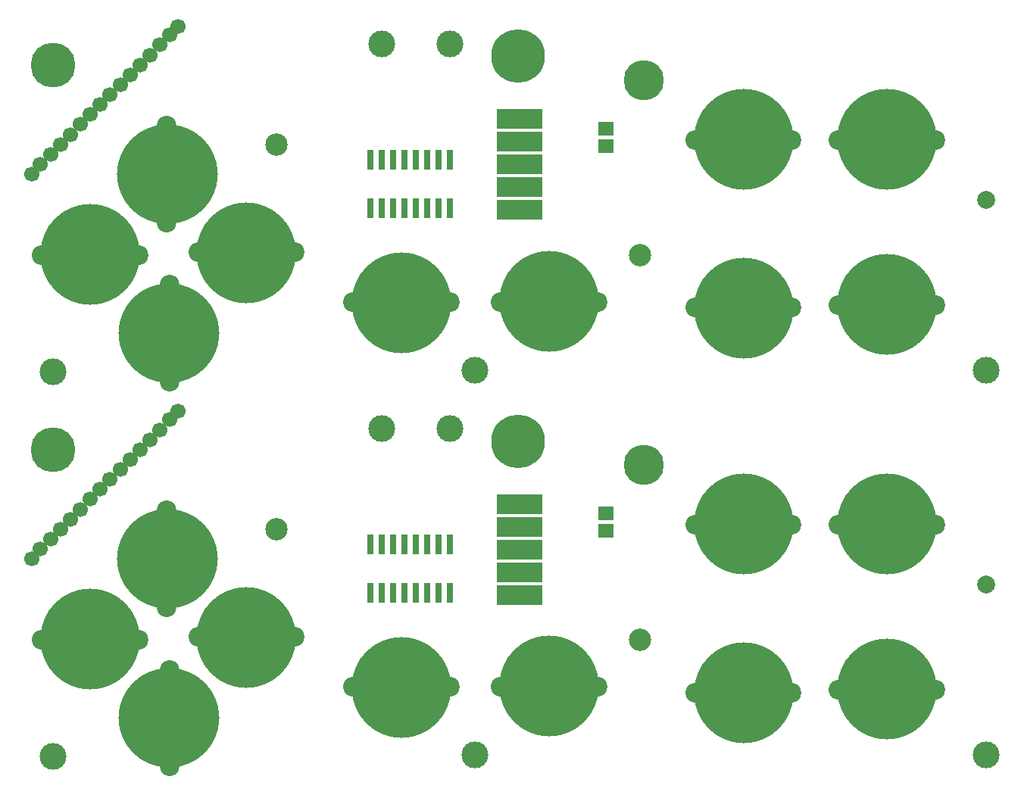
<source format=gts>
G04 DipTrace 3.3.1.3*
G04 top_mask_dendy_gamepad_Remastered_rev2.9_4021.gts*
%MOMM*%
G04 #@! TF.FileFunction,Soldermask,Top*
G04 #@! TF.Part,Single*
%ADD20O,11.11374X11.2712*%
%ADD22O,11.2712X11.11374*%
%ADD30C,3.0*%
%ADD31C,5.0*%
%ADD32C,6.0*%
%ADD33C,2.5*%
%ADD34C,2.0*%
%ADD35C,4.5*%
%ADD42R,0.8X2.2*%
%ADD46R,5.2X2.2*%
%ADD48C,1.7*%
%ADD50R,1.7X1.5*%
%ADD52C,2.2*%
%FSLAX35Y35*%
G04*
G71*
G90*
G75*
G01*
G04 TopMask*
%LPD*%
D20*
X3508457Y2659087D3*
D52*
X2968707Y2667050D3*
X4048207D3*
D20*
X1762137Y2643260D3*
D52*
X2301887Y2635297D3*
X1222387D3*
D22*
X2643210Y1762137D3*
D52*
X2651173Y2301887D3*
Y1222387D3*
D22*
X2627383Y3540210D3*
D52*
X2619420Y3000460D3*
Y4079960D3*
D20*
X6890300Y2119330D3*
D52*
X7430050Y2111367D3*
X6350550D3*
D20*
X5239013Y2103403D3*
D52*
X4699263Y2111367D3*
X5778763D3*
D20*
X9065290Y2039897D3*
D52*
X8525540Y2047860D3*
X9605040D3*
D20*
X10668947Y2087577D3*
D52*
X11208697Y2079613D3*
X10129197D3*
D20*
X9065403Y3929270D3*
D52*
X9605153Y3921307D3*
X8525653D3*
D20*
X10668947Y3929270D3*
D52*
X11208697Y3921307D3*
X10129197D3*
D50*
X7525310Y3857800D3*
Y4047800D3*
D30*
X11780257Y1349310D3*
D31*
X1349300Y4762740D3*
D30*
X1349287Y1333410D3*
X6064687Y1349310D3*
D32*
X6541000Y4858000D3*
D30*
X5016787Y5000910D3*
X5778887D3*
D33*
X7906387Y2635310D3*
X3841987Y3873710D3*
D34*
X11780287Y3254510D3*
D35*
X7953987Y4588110D3*
D48*
X1206397Y3651403D3*
X1428670Y3873677D3*
X1539807Y3984813D3*
X1984353Y4429360D3*
X1762080Y4207087D3*
X1873217Y4318223D3*
X2095490Y4540497D3*
X2206627Y4651633D3*
X2317763Y4762770D3*
X1650943Y4095950D3*
X2428900Y4873907D3*
X2540037Y4985043D3*
X1111137Y3540267D3*
X2651173Y5096180D3*
X2746433Y5191440D3*
D46*
X6560450Y4155920D3*
Y3901920D3*
Y3647920D3*
Y3393920D3*
Y3139813D3*
D48*
X1317533Y3762540D3*
D42*
X5778877Y3699033D3*
X5651877D3*
X5524877D3*
X5397877D3*
X5270877D3*
X5143877D3*
X5016877D3*
X4889877D3*
Y3159033D3*
X5016877D3*
X5143877D3*
X5270877D3*
X5397877D3*
X5524877D3*
X5651877D3*
X5778877D3*
D20*
X3508457Y6961683D3*
D52*
X2968707Y6969647D3*
X4048207D3*
D20*
X1762137Y6945857D3*
D52*
X2301887Y6937893D3*
X1222387D3*
D22*
X2643210Y6064733D3*
D52*
X2651173Y6604483D3*
Y5524983D3*
D22*
X2627383Y7842807D3*
D52*
X2619420Y7303057D3*
Y8382557D3*
D20*
X6890300Y6421927D3*
D52*
X7430050Y6413963D3*
X6350550D3*
D20*
X5239013Y6406000D3*
D52*
X4699263Y6413963D3*
X5778763D3*
D20*
X9065290Y6342493D3*
D52*
X8525540Y6350457D3*
X9605040D3*
D20*
X10668947Y6390173D3*
D52*
X11208697Y6382210D3*
X10129197D3*
D20*
X9065403Y8231867D3*
D52*
X9605153Y8223903D3*
X8525653D3*
D20*
X10668947Y8231867D3*
D52*
X11208697Y8223903D3*
X10129197D3*
D50*
X7525310Y8160397D3*
Y8350397D3*
D30*
X11780257Y5651907D3*
D31*
X1349300Y9065337D3*
D30*
X1349287Y5636007D3*
X6064687Y5651907D3*
D32*
X6541000Y9160597D3*
D30*
X5016787Y9303507D3*
X5778887D3*
D33*
X7906387Y6937907D3*
X3841987Y8176307D3*
D34*
X11780287Y7557107D3*
D35*
X7953987Y8890707D3*
D48*
X1206397Y7954000D3*
X1428670Y8176273D3*
X1539807Y8287410D3*
X1984353Y8731957D3*
X1762080Y8509683D3*
X1873217Y8620820D3*
X2095490Y8843093D3*
X2206627Y8954230D3*
X2317763Y9065367D3*
X1650943Y8398547D3*
X2428900Y9176503D3*
X2540037Y9287640D3*
X1111137Y7842863D3*
X2651173Y9398777D3*
X2746433Y9494037D3*
D46*
X6560450Y8458517D3*
Y8204517D3*
Y7950517D3*
Y7696517D3*
Y7442410D3*
D48*
X1317533Y8065137D3*
D42*
X5778877Y8001630D3*
X5651877D3*
X5524877D3*
X5397877D3*
X5270877D3*
X5143877D3*
X5016877D3*
X4889877D3*
Y7461630D3*
X5016877D3*
X5143877D3*
X5270877D3*
X5397877D3*
X5524877D3*
X5651877D3*
X5778877D3*
M02*

</source>
